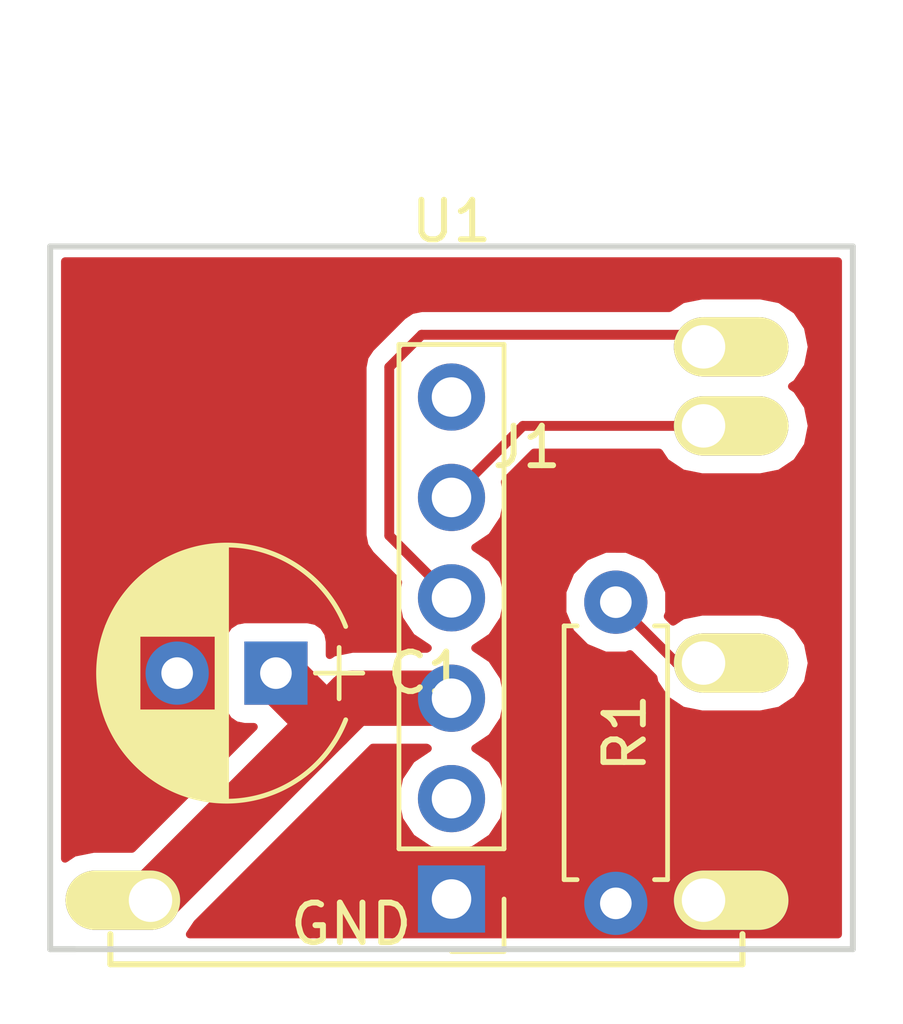
<source format=kicad_pcb>
(kicad_pcb (version 4) (host pcbnew 4.0.7)

  (general
    (links 8)
    (no_connects 0)
    (area 144.78 96.434999 167.640001 121.920001)
    (thickness 1.6)
    (drawings 6)
    (tracks 13)
    (zones 0)
    (modules 4)
    (nets 8)
  )

  (page A4)
  (layers
    (0 F.Cu signal)
    (31 B.Cu signal)
    (32 B.Adhes user)
    (33 F.Adhes user)
    (34 B.Paste user)
    (35 F.Paste user)
    (36 B.SilkS user)
    (37 F.SilkS user)
    (38 B.Mask user)
    (39 F.Mask user)
    (40 Dwgs.User user)
    (41 Cmts.User user)
    (42 Eco1.User user)
    (43 Eco2.User user)
    (44 Edge.Cuts user)
    (45 Margin user)
    (46 B.CrtYd user)
    (47 F.CrtYd user)
    (48 B.Fab user hide)
    (49 F.Fab user hide)
  )

  (setup
    (last_trace_width 0.25)
    (user_trace_width 0.25)
    (trace_clearance 0.45)
    (zone_clearance 0.2)
    (zone_45_only yes)
    (trace_min 0.2)
    (segment_width 0.2)
    (edge_width 0.15)
    (via_size 0.6)
    (via_drill 0.4)
    (via_min_size 0.4)
    (via_min_drill 0.3)
    (uvia_size 0.3)
    (uvia_drill 0.1)
    (uvias_allowed no)
    (uvia_min_size 0.2)
    (uvia_min_drill 0.1)
    (pcb_text_width 0.3)
    (pcb_text_size 1.5 1.5)
    (mod_edge_width 0.15)
    (mod_text_size 1 1)
    (mod_text_width 0.15)
    (pad_size 1.524 1.524)
    (pad_drill 0.762)
    (pad_to_mask_clearance 0.2)
    (aux_axis_origin 169.37 99.87)
    (grid_origin 166.37 102.87)
    (visible_elements 7FFFFFFF)
    (pcbplotparams
      (layerselection 0x00000_00000001)
      (usegerberextensions false)
      (excludeedgelayer true)
      (linewidth 0.100000)
      (plotframeref false)
      (viasonmask false)
      (mode 1)
      (useauxorigin false)
      (hpglpennumber 1)
      (hpglpenspeed 20)
      (hpglpendiameter 15)
      (hpglpenoverlay 2)
      (psnegative false)
      (psa4output false)
      (plotreference true)
      (plotvalue true)
      (plotinvisibletext false)
      (padsonsilk false)
      (subtractmaskfromsilk false)
      (outputformat 1)
      (mirror false)
      (drillshape 0)
      (scaleselection 1)
      (outputdirectory output/))
  )

  (net 0 "")
  (net 1 VCC)
  (net 2 GND)
  (net 3 /CTS)
  (net 4 /PiUo)
  (net 5 /PoUi)
  (net 6 /DTR)
  (net 7 /GPIO0)

  (net_class Default "This is the default net class."
    (clearance 0.45)
    (trace_width 0.25)
    (via_dia 0.6)
    (via_drill 0.4)
    (uvia_dia 0.3)
    (uvia_drill 0.1)
    (add_net /CTS)
    (add_net /DTR)
    (add_net /GPIO0)
    (add_net /PiUo)
    (add_net /PoUi)
  )

  (net_class Power ""
    (clearance 0.45)
    (trace_width 1.4)
    (via_dia 0.6)
    (via_drill 0.4)
    (uvia_dia 0.3)
    (uvia_drill 0.1)
    (add_net GND)
    (add_net VCC)
  )

  (module Capacitors_THT:CP_Radial_D6.3mm_P2.50mm (layer F.Cu) (tedit 5AD10A87) (tstamp 5AD10550)
    (at 151.765 113.665 180)
    (descr "CP, Radial series, Radial, pin pitch=2.50mm, , diameter=6.3mm, Electrolytic Capacitor")
    (tags "CP Radial series Radial pin pitch 2.50mm  diameter 6.3mm Electrolytic Capacitor")
    (path /5AC78401)
    (fp_text reference C1 (at -3.81 0 180) (layer F.SilkS)
      (effects (font (size 1 1) (thickness 0.15)))
    )
    (fp_text value 470uF (at 1.25 4.46 180) (layer F.Fab)
      (effects (font (size 1 1) (thickness 0.15)))
    )
    (fp_arc (start 1.25 0) (end -1.767482 -1.18) (angle 137.3) (layer F.SilkS) (width 0.12))
    (fp_arc (start 1.25 0) (end -1.767482 1.18) (angle -137.3) (layer F.SilkS) (width 0.12))
    (fp_arc (start 1.25 0) (end 4.267482 -1.18) (angle 42.7) (layer F.SilkS) (width 0.12))
    (fp_circle (center 1.25 0) (end 4.4 0) (layer F.Fab) (width 0.1))
    (fp_line (start -2.2 0) (end -1 0) (layer F.Fab) (width 0.1))
    (fp_line (start -1.6 -0.65) (end -1.6 0.65) (layer F.Fab) (width 0.1))
    (fp_line (start 1.25 -3.2) (end 1.25 3.2) (layer F.SilkS) (width 0.12))
    (fp_line (start 1.29 -3.2) (end 1.29 3.2) (layer F.SilkS) (width 0.12))
    (fp_line (start 1.33 -3.2) (end 1.33 3.2) (layer F.SilkS) (width 0.12))
    (fp_line (start 1.37 -3.198) (end 1.37 3.198) (layer F.SilkS) (width 0.12))
    (fp_line (start 1.41 -3.197) (end 1.41 3.197) (layer F.SilkS) (width 0.12))
    (fp_line (start 1.45 -3.194) (end 1.45 3.194) (layer F.SilkS) (width 0.12))
    (fp_line (start 1.49 -3.192) (end 1.49 3.192) (layer F.SilkS) (width 0.12))
    (fp_line (start 1.53 -3.188) (end 1.53 -0.98) (layer F.SilkS) (width 0.12))
    (fp_line (start 1.53 0.98) (end 1.53 3.188) (layer F.SilkS) (width 0.12))
    (fp_line (start 1.57 -3.185) (end 1.57 -0.98) (layer F.SilkS) (width 0.12))
    (fp_line (start 1.57 0.98) (end 1.57 3.185) (layer F.SilkS) (width 0.12))
    (fp_line (start 1.61 -3.18) (end 1.61 -0.98) (layer F.SilkS) (width 0.12))
    (fp_line (start 1.61 0.98) (end 1.61 3.18) (layer F.SilkS) (width 0.12))
    (fp_line (start 1.65 -3.176) (end 1.65 -0.98) (layer F.SilkS) (width 0.12))
    (fp_line (start 1.65 0.98) (end 1.65 3.176) (layer F.SilkS) (width 0.12))
    (fp_line (start 1.69 -3.17) (end 1.69 -0.98) (layer F.SilkS) (width 0.12))
    (fp_line (start 1.69 0.98) (end 1.69 3.17) (layer F.SilkS) (width 0.12))
    (fp_line (start 1.73 -3.165) (end 1.73 -0.98) (layer F.SilkS) (width 0.12))
    (fp_line (start 1.73 0.98) (end 1.73 3.165) (layer F.SilkS) (width 0.12))
    (fp_line (start 1.77 -3.158) (end 1.77 -0.98) (layer F.SilkS) (width 0.12))
    (fp_line (start 1.77 0.98) (end 1.77 3.158) (layer F.SilkS) (width 0.12))
    (fp_line (start 1.81 -3.152) (end 1.81 -0.98) (layer F.SilkS) (width 0.12))
    (fp_line (start 1.81 0.98) (end 1.81 3.152) (layer F.SilkS) (width 0.12))
    (fp_line (start 1.85 -3.144) (end 1.85 -0.98) (layer F.SilkS) (width 0.12))
    (fp_line (start 1.85 0.98) (end 1.85 3.144) (layer F.SilkS) (width 0.12))
    (fp_line (start 1.89 -3.137) (end 1.89 -0.98) (layer F.SilkS) (width 0.12))
    (fp_line (start 1.89 0.98) (end 1.89 3.137) (layer F.SilkS) (width 0.12))
    (fp_line (start 1.93 -3.128) (end 1.93 -0.98) (layer F.SilkS) (width 0.12))
    (fp_line (start 1.93 0.98) (end 1.93 3.128) (layer F.SilkS) (width 0.12))
    (fp_line (start 1.971 -3.119) (end 1.971 -0.98) (layer F.SilkS) (width 0.12))
    (fp_line (start 1.971 0.98) (end 1.971 3.119) (layer F.SilkS) (width 0.12))
    (fp_line (start 2.011 -3.11) (end 2.011 -0.98) (layer F.SilkS) (width 0.12))
    (fp_line (start 2.011 0.98) (end 2.011 3.11) (layer F.SilkS) (width 0.12))
    (fp_line (start 2.051 -3.1) (end 2.051 -0.98) (layer F.SilkS) (width 0.12))
    (fp_line (start 2.051 0.98) (end 2.051 3.1) (layer F.SilkS) (width 0.12))
    (fp_line (start 2.091 -3.09) (end 2.091 -0.98) (layer F.SilkS) (width 0.12))
    (fp_line (start 2.091 0.98) (end 2.091 3.09) (layer F.SilkS) (width 0.12))
    (fp_line (start 2.131 -3.079) (end 2.131 -0.98) (layer F.SilkS) (width 0.12))
    (fp_line (start 2.131 0.98) (end 2.131 3.079) (layer F.SilkS) (width 0.12))
    (fp_line (start 2.171 -3.067) (end 2.171 -0.98) (layer F.SilkS) (width 0.12))
    (fp_line (start 2.171 0.98) (end 2.171 3.067) (layer F.SilkS) (width 0.12))
    (fp_line (start 2.211 -3.055) (end 2.211 -0.98) (layer F.SilkS) (width 0.12))
    (fp_line (start 2.211 0.98) (end 2.211 3.055) (layer F.SilkS) (width 0.12))
    (fp_line (start 2.251 -3.042) (end 2.251 -0.98) (layer F.SilkS) (width 0.12))
    (fp_line (start 2.251 0.98) (end 2.251 3.042) (layer F.SilkS) (width 0.12))
    (fp_line (start 2.291 -3.029) (end 2.291 -0.98) (layer F.SilkS) (width 0.12))
    (fp_line (start 2.291 0.98) (end 2.291 3.029) (layer F.SilkS) (width 0.12))
    (fp_line (start 2.331 -3.015) (end 2.331 -0.98) (layer F.SilkS) (width 0.12))
    (fp_line (start 2.331 0.98) (end 2.331 3.015) (layer F.SilkS) (width 0.12))
    (fp_line (start 2.371 -3.001) (end 2.371 -0.98) (layer F.SilkS) (width 0.12))
    (fp_line (start 2.371 0.98) (end 2.371 3.001) (layer F.SilkS) (width 0.12))
    (fp_line (start 2.411 -2.986) (end 2.411 -0.98) (layer F.SilkS) (width 0.12))
    (fp_line (start 2.411 0.98) (end 2.411 2.986) (layer F.SilkS) (width 0.12))
    (fp_line (start 2.451 -2.97) (end 2.451 -0.98) (layer F.SilkS) (width 0.12))
    (fp_line (start 2.451 0.98) (end 2.451 2.97) (layer F.SilkS) (width 0.12))
    (fp_line (start 2.491 -2.954) (end 2.491 -0.98) (layer F.SilkS) (width 0.12))
    (fp_line (start 2.491 0.98) (end 2.491 2.954) (layer F.SilkS) (width 0.12))
    (fp_line (start 2.531 -2.937) (end 2.531 -0.98) (layer F.SilkS) (width 0.12))
    (fp_line (start 2.531 0.98) (end 2.531 2.937) (layer F.SilkS) (width 0.12))
    (fp_line (start 2.571 -2.919) (end 2.571 -0.98) (layer F.SilkS) (width 0.12))
    (fp_line (start 2.571 0.98) (end 2.571 2.919) (layer F.SilkS) (width 0.12))
    (fp_line (start 2.611 -2.901) (end 2.611 -0.98) (layer F.SilkS) (width 0.12))
    (fp_line (start 2.611 0.98) (end 2.611 2.901) (layer F.SilkS) (width 0.12))
    (fp_line (start 2.651 -2.882) (end 2.651 -0.98) (layer F.SilkS) (width 0.12))
    (fp_line (start 2.651 0.98) (end 2.651 2.882) (layer F.SilkS) (width 0.12))
    (fp_line (start 2.691 -2.863) (end 2.691 -0.98) (layer F.SilkS) (width 0.12))
    (fp_line (start 2.691 0.98) (end 2.691 2.863) (layer F.SilkS) (width 0.12))
    (fp_line (start 2.731 -2.843) (end 2.731 -0.98) (layer F.SilkS) (width 0.12))
    (fp_line (start 2.731 0.98) (end 2.731 2.843) (layer F.SilkS) (width 0.12))
    (fp_line (start 2.771 -2.822) (end 2.771 -0.98) (layer F.SilkS) (width 0.12))
    (fp_line (start 2.771 0.98) (end 2.771 2.822) (layer F.SilkS) (width 0.12))
    (fp_line (start 2.811 -2.8) (end 2.811 -0.98) (layer F.SilkS) (width 0.12))
    (fp_line (start 2.811 0.98) (end 2.811 2.8) (layer F.SilkS) (width 0.12))
    (fp_line (start 2.851 -2.778) (end 2.851 -0.98) (layer F.SilkS) (width 0.12))
    (fp_line (start 2.851 0.98) (end 2.851 2.778) (layer F.SilkS) (width 0.12))
    (fp_line (start 2.891 -2.755) (end 2.891 -0.98) (layer F.SilkS) (width 0.12))
    (fp_line (start 2.891 0.98) (end 2.891 2.755) (layer F.SilkS) (width 0.12))
    (fp_line (start 2.931 -2.731) (end 2.931 -0.98) (layer F.SilkS) (width 0.12))
    (fp_line (start 2.931 0.98) (end 2.931 2.731) (layer F.SilkS) (width 0.12))
    (fp_line (start 2.971 -2.706) (end 2.971 -0.98) (layer F.SilkS) (width 0.12))
    (fp_line (start 2.971 0.98) (end 2.971 2.706) (layer F.SilkS) (width 0.12))
    (fp_line (start 3.011 -2.681) (end 3.011 -0.98) (layer F.SilkS) (width 0.12))
    (fp_line (start 3.011 0.98) (end 3.011 2.681) (layer F.SilkS) (width 0.12))
    (fp_line (start 3.051 -2.654) (end 3.051 -0.98) (layer F.SilkS) (width 0.12))
    (fp_line (start 3.051 0.98) (end 3.051 2.654) (layer F.SilkS) (width 0.12))
    (fp_line (start 3.091 -2.627) (end 3.091 -0.98) (layer F.SilkS) (width 0.12))
    (fp_line (start 3.091 0.98) (end 3.091 2.627) (layer F.SilkS) (width 0.12))
    (fp_line (start 3.131 -2.599) (end 3.131 -0.98) (layer F.SilkS) (width 0.12))
    (fp_line (start 3.131 0.98) (end 3.131 2.599) (layer F.SilkS) (width 0.12))
    (fp_line (start 3.171 -2.57) (end 3.171 -0.98) (layer F.SilkS) (width 0.12))
    (fp_line (start 3.171 0.98) (end 3.171 2.57) (layer F.SilkS) (width 0.12))
    (fp_line (start 3.211 -2.54) (end 3.211 -0.98) (layer F.SilkS) (width 0.12))
    (fp_line (start 3.211 0.98) (end 3.211 2.54) (layer F.SilkS) (width 0.12))
    (fp_line (start 3.251 -2.51) (end 3.251 -0.98) (layer F.SilkS) (width 0.12))
    (fp_line (start 3.251 0.98) (end 3.251 2.51) (layer F.SilkS) (width 0.12))
    (fp_line (start 3.291 -2.478) (end 3.291 -0.98) (layer F.SilkS) (width 0.12))
    (fp_line (start 3.291 0.98) (end 3.291 2.478) (layer F.SilkS) (width 0.12))
    (fp_line (start 3.331 -2.445) (end 3.331 -0.98) (layer F.SilkS) (width 0.12))
    (fp_line (start 3.331 0.98) (end 3.331 2.445) (layer F.SilkS) (width 0.12))
    (fp_line (start 3.371 -2.411) (end 3.371 -0.98) (layer F.SilkS) (width 0.12))
    (fp_line (start 3.371 0.98) (end 3.371 2.411) (layer F.SilkS) (width 0.12))
    (fp_line (start 3.411 -2.375) (end 3.411 -0.98) (layer F.SilkS) (width 0.12))
    (fp_line (start 3.411 0.98) (end 3.411 2.375) (layer F.SilkS) (width 0.12))
    (fp_line (start 3.451 -2.339) (end 3.451 -0.98) (layer F.SilkS) (width 0.12))
    (fp_line (start 3.451 0.98) (end 3.451 2.339) (layer F.SilkS) (width 0.12))
    (fp_line (start 3.491 -2.301) (end 3.491 2.301) (layer F.SilkS) (width 0.12))
    (fp_line (start 3.531 -2.262) (end 3.531 2.262) (layer F.SilkS) (width 0.12))
    (fp_line (start 3.571 -2.222) (end 3.571 2.222) (layer F.SilkS) (width 0.12))
    (fp_line (start 3.611 -2.18) (end 3.611 2.18) (layer F.SilkS) (width 0.12))
    (fp_line (start 3.651 -2.137) (end 3.651 2.137) (layer F.SilkS) (width 0.12))
    (fp_line (start 3.691 -2.092) (end 3.691 2.092) (layer F.SilkS) (width 0.12))
    (fp_line (start 3.731 -2.045) (end 3.731 2.045) (layer F.SilkS) (width 0.12))
    (fp_line (start 3.771 -1.997) (end 3.771 1.997) (layer F.SilkS) (width 0.12))
    (fp_line (start 3.811 -1.946) (end 3.811 1.946) (layer F.SilkS) (width 0.12))
    (fp_line (start 3.851 -1.894) (end 3.851 1.894) (layer F.SilkS) (width 0.12))
    (fp_line (start 3.891 -1.839) (end 3.891 1.839) (layer F.SilkS) (width 0.12))
    (fp_line (start 3.931 -1.781) (end 3.931 1.781) (layer F.SilkS) (width 0.12))
    (fp_line (start 3.971 -1.721) (end 3.971 1.721) (layer F.SilkS) (width 0.12))
    (fp_line (start 4.011 -1.658) (end 4.011 1.658) (layer F.SilkS) (width 0.12))
    (fp_line (start 4.051 -1.591) (end 4.051 1.591) (layer F.SilkS) (width 0.12))
    (fp_line (start 4.091 -1.52) (end 4.091 1.52) (layer F.SilkS) (width 0.12))
    (fp_line (start 4.131 -1.445) (end 4.131 1.445) (layer F.SilkS) (width 0.12))
    (fp_line (start 4.171 -1.364) (end 4.171 1.364) (layer F.SilkS) (width 0.12))
    (fp_line (start 4.211 -1.278) (end 4.211 1.278) (layer F.SilkS) (width 0.12))
    (fp_line (start 4.251 -1.184) (end 4.251 1.184) (layer F.SilkS) (width 0.12))
    (fp_line (start 4.291 -1.081) (end 4.291 1.081) (layer F.SilkS) (width 0.12))
    (fp_line (start 4.331 -0.966) (end 4.331 0.966) (layer F.SilkS) (width 0.12))
    (fp_line (start 4.371 -0.834) (end 4.371 0.834) (layer F.SilkS) (width 0.12))
    (fp_line (start 4.411 -0.676) (end 4.411 0.676) (layer F.SilkS) (width 0.12))
    (fp_line (start 4.451 -0.468) (end 4.451 0.468) (layer F.SilkS) (width 0.12))
    (fp_line (start -2.2 0) (end -1 0) (layer F.SilkS) (width 0.12))
    (fp_line (start -1.6 -0.65) (end -1.6 0.65) (layer F.SilkS) (width 0.12))
    (fp_line (start -2.25 -3.5) (end -2.25 3.5) (layer F.CrtYd) (width 0.05))
    (fp_line (start -2.25 3.5) (end 4.75 3.5) (layer F.CrtYd) (width 0.05))
    (fp_line (start 4.75 3.5) (end 4.75 -3.5) (layer F.CrtYd) (width 0.05))
    (fp_line (start 4.75 -3.5) (end -2.25 -3.5) (layer F.CrtYd) (width 0.05))
    (fp_text user %R (at 1.25 0 180) (layer F.Fab)
      (effects (font (size 1 1) (thickness 0.15)))
    )
    (pad 1 thru_hole rect (at 0 0 180) (size 1.6 1.6) (drill 0.8) (layers *.Cu *.Mask)
      (net 1 VCC))
    (pad 2 thru_hole circle (at 2.5 0 180) (size 1.6 1.6) (drill 0.8) (layers *.Cu *.Mask)
      (net 2 GND))
    (model ${KISYS3DMOD}/Capacitors_THT.3dshapes/CP_Radial_D6.3mm_P2.50mm.wrl
      (at (xyz 0 0 0))
      (scale (xyz 1 1 1))
      (rotate (xyz 0 0 0))
    )
  )

  (module Socket_Strips:Socket_Strip_Straight_1x06_Pitch2.54mm (layer F.Cu) (tedit 5AD10AD9) (tstamp 5AD1055A)
    (at 156.21 119.38 180)
    (descr "Through hole straight socket strip, 1x06, 2.54mm pitch, single row")
    (tags "Through hole socket strip THT 1x06 2.54mm single row")
    (path /5AC77FF5)
    (fp_text reference J1 (at -1.905 11.43 180) (layer F.SilkS)
      (effects (font (size 1 1) (thickness 0.15)))
    )
    (fp_text value "Programmer Header" (at 0 15.03 180) (layer F.Fab)
      (effects (font (size 1 1) (thickness 0.15)))
    )
    (fp_line (start -1.27 -1.27) (end -1.27 13.97) (layer F.Fab) (width 0.1))
    (fp_line (start -1.27 13.97) (end 1.27 13.97) (layer F.Fab) (width 0.1))
    (fp_line (start 1.27 13.97) (end 1.27 -1.27) (layer F.Fab) (width 0.1))
    (fp_line (start 1.27 -1.27) (end -1.27 -1.27) (layer F.Fab) (width 0.1))
    (fp_line (start -1.33 1.27) (end -1.33 14.03) (layer F.SilkS) (width 0.12))
    (fp_line (start -1.33 14.03) (end 1.33 14.03) (layer F.SilkS) (width 0.12))
    (fp_line (start 1.33 14.03) (end 1.33 1.27) (layer F.SilkS) (width 0.12))
    (fp_line (start 1.33 1.27) (end -1.33 1.27) (layer F.SilkS) (width 0.12))
    (fp_line (start -1.33 0) (end -1.33 -1.33) (layer F.SilkS) (width 0.12))
    (fp_line (start -1.33 -1.33) (end 0 -1.33) (layer F.SilkS) (width 0.12))
    (fp_line (start -1.8 -1.8) (end -1.8 14.5) (layer F.CrtYd) (width 0.05))
    (fp_line (start -1.8 14.5) (end 1.8 14.5) (layer F.CrtYd) (width 0.05))
    (fp_line (start 1.8 14.5) (end 1.8 -1.8) (layer F.CrtYd) (width 0.05))
    (fp_line (start 1.8 -1.8) (end -1.8 -1.8) (layer F.CrtYd) (width 0.05))
    (fp_text user %R (at 0 -2.33 180) (layer F.Fab)
      (effects (font (size 1 1) (thickness 0.15)))
    )
    (pad 1 thru_hole rect (at 0 0 180) (size 1.7 1.7) (drill 1) (layers *.Cu *.Mask)
      (net 2 GND))
    (pad 2 thru_hole oval (at 0 2.54 180) (size 1.7 1.7) (drill 1) (layers *.Cu *.Mask)
      (net 3 /CTS))
    (pad 3 thru_hole oval (at 0 5.08 180) (size 1.7 1.7) (drill 1) (layers *.Cu *.Mask)
      (net 1 VCC))
    (pad 4 thru_hole oval (at 0 7.62 180) (size 1.7 1.7) (drill 1) (layers *.Cu *.Mask)
      (net 4 /PiUo))
    (pad 5 thru_hole oval (at 0 10.16 180) (size 1.7 1.7) (drill 1) (layers *.Cu *.Mask)
      (net 5 /PoUi))
    (pad 6 thru_hole oval (at 0 12.7 180) (size 1.7 1.7) (drill 1) (layers *.Cu *.Mask)
      (net 6 /DTR))
    (model ${KISYS3DMOD}/Socket_Strips.3dshapes/Socket_Strip_Straight_1x06_Pitch2.54mm.wrl
      (at (xyz 0 -0.25 0))
      (scale (xyz 1 1 1))
      (rotate (xyz 0 0 270))
    )
  )

  (module Resistors_THT:R_Axial_DIN0207_L6.3mm_D2.5mm_P7.62mm_Horizontal (layer F.Cu) (tedit 5AD10AC9) (tstamp 5AD10560)
    (at 160.37 111.87 270)
    (descr "Resistor, Axial_DIN0207 series, Axial, Horizontal, pin pitch=7.62mm, 0.25W = 1/4W, length*diameter=6.3*2.5mm^2, http://cdn-reichelt.de/documents/datenblatt/B400/1_4W%23YAG.pdf")
    (tags "Resistor Axial_DIN0207 series Axial Horizontal pin pitch 7.62mm 0.25W = 1/4W length 6.3mm diameter 2.5mm")
    (path /5AD0EC53)
    (fp_text reference R1 (at 3.305 -0.23 270) (layer F.SilkS)
      (effects (font (size 1 1) (thickness 0.15)))
    )
    (fp_text value 330R (at 3.81 2.31 270) (layer F.Fab)
      (effects (font (size 1 1) (thickness 0.15)))
    )
    (fp_line (start 0.66 -1.25) (end 0.66 1.25) (layer F.Fab) (width 0.1))
    (fp_line (start 0.66 1.25) (end 6.96 1.25) (layer F.Fab) (width 0.1))
    (fp_line (start 6.96 1.25) (end 6.96 -1.25) (layer F.Fab) (width 0.1))
    (fp_line (start 6.96 -1.25) (end 0.66 -1.25) (layer F.Fab) (width 0.1))
    (fp_line (start 0 0) (end 0.66 0) (layer F.Fab) (width 0.1))
    (fp_line (start 7.62 0) (end 6.96 0) (layer F.Fab) (width 0.1))
    (fp_line (start 0.6 -0.98) (end 0.6 -1.31) (layer F.SilkS) (width 0.12))
    (fp_line (start 0.6 -1.31) (end 7.02 -1.31) (layer F.SilkS) (width 0.12))
    (fp_line (start 7.02 -1.31) (end 7.02 -0.98) (layer F.SilkS) (width 0.12))
    (fp_line (start 0.6 0.98) (end 0.6 1.31) (layer F.SilkS) (width 0.12))
    (fp_line (start 0.6 1.31) (end 7.02 1.31) (layer F.SilkS) (width 0.12))
    (fp_line (start 7.02 1.31) (end 7.02 0.98) (layer F.SilkS) (width 0.12))
    (fp_line (start -1.05 -1.6) (end -1.05 1.6) (layer F.CrtYd) (width 0.05))
    (fp_line (start -1.05 1.6) (end 8.7 1.6) (layer F.CrtYd) (width 0.05))
    (fp_line (start 8.7 1.6) (end 8.7 -1.6) (layer F.CrtYd) (width 0.05))
    (fp_line (start 8.7 -1.6) (end -1.05 -1.6) (layer F.CrtYd) (width 0.05))
    (pad 1 thru_hole circle (at 0 0 270) (size 1.6 1.6) (drill 0.8) (layers *.Cu *.Mask)
      (net 7 /GPIO0))
    (pad 2 thru_hole oval (at 7.62 0 270) (size 1.6 1.6) (drill 0.8) (layers *.Cu *.Mask)
      (net 2 GND))
    (model ${KISYS3DMOD}/Resistors_THT.3dshapes/R_Axial_DIN0207_L6.3mm_D2.5mm_P7.62mm_Horizontal.wrl
      (at (xyz 0 0 0))
      (scale (xyz 0.393701 0.393701 0.393701))
      (rotate (xyz 0 0 0))
    )
  )

  (module ESP-pogo-programmer_local:ESP-12F-pgrm (layer F.Cu) (tedit 5AD10A9A) (tstamp 5AD1081A)
    (at 148.59 105.41)
    (descr "Module, ESP-8266, ESP-12, 16 pad, SMD")
    (tags "Module ESP-8266 ESP8266")
    (path /5AC785DC)
    (fp_text reference U1 (at 7.62 -3.175) (layer F.SilkS)
      (effects (font (size 1 1) (thickness 0.15)))
    )
    (fp_text value ESP-12F (at 6.35 6.35) (layer F.Fab) hide
      (effects (font (size 1 1) (thickness 0.15)))
    )
    (fp_line (start -2.25 -0.5) (end -2.25 -8.75) (layer F.CrtYd) (width 0.05))
    (fp_line (start -2.25 -8.75) (end 15.25 -8.75) (layer F.CrtYd) (width 0.05))
    (fp_line (start 15.25 -8.75) (end 16.25 -8.75) (layer F.CrtYd) (width 0.05))
    (fp_line (start 16.25 -8.75) (end 16.25 16) (layer F.CrtYd) (width 0.05))
    (fp_line (start 16.25 16) (end -2.25 16) (layer F.CrtYd) (width 0.05))
    (fp_line (start -2.25 16) (end -2.25 -0.5) (layer F.CrtYd) (width 0.05))
    (fp_line (start -1.016 -8.382) (end 14.986 -8.382) (layer F.CrtYd) (width 0.1524))
    (fp_line (start 14.986 -8.382) (end 14.986 -0.889) (layer F.CrtYd) (width 0.1524))
    (fp_line (start -1.016 -8.382) (end -1.016 -1.016) (layer F.CrtYd) (width 0.1524))
    (fp_line (start -1.016 14.859) (end -1.016 15.621) (layer F.SilkS) (width 0.1524))
    (fp_line (start -1.016 15.621) (end 14.986 15.621) (layer F.SilkS) (width 0.1524))
    (fp_line (start 14.986 15.621) (end 14.986 14.859) (layer F.SilkS) (width 0.1524))
    (fp_line (start 14.992 -8.4) (end -1.008 -2.6) (layer F.CrtYd) (width 0.1524))
    (fp_line (start -1.008 -8.4) (end 14.992 -2.6) (layer F.CrtYd) (width 0.1524))
    (fp_text user "No Copper" (at 6.892 -5.4) (layer F.CrtYd)
      (effects (font (size 1 1) (thickness 0.15)))
    )
    (fp_line (start -1.008 -2.6) (end 14.992 -2.6) (layer F.CrtYd) (width 0.1524))
    (fp_line (start 15 -8.4) (end 15 15.6) (layer F.Fab) (width 0.05))
    (fp_line (start 14.992 15.6) (end -1.008 15.6) (layer F.Fab) (width 0.05))
    (fp_line (start -1.008 15.6) (end -1.008 -8.4) (layer F.Fab) (width 0.05))
    (fp_line (start -1.008 -8.4) (end 14.992 -8.4) (layer F.Fab) (width 0.05))
    (pad 8 thru_hole oval (at 0 14) (size 2.9 1.5) (drill 1.1 (offset -0.7 0)) (layers *.Cu *.Mask F.SilkS)
      (net 1 VCC))
    (pad 9 thru_hole oval (at 14 14) (size 2.9 1.5) (drill 1.1 (offset 0.7 0)) (layers *.Cu *.Mask F.SilkS)
      (net 2 GND))
    (pad 12 thru_hole oval (at 14 8) (size 2.9 1.5) (drill 1.1 (offset 0.7 0)) (layers *.Cu *.Mask F.SilkS)
      (net 7 /GPIO0))
    (pad 15 thru_hole oval (at 14 2) (size 2.9 1.5) (drill 1.1 (offset 0.7 0)) (layers *.Cu *.Mask F.SilkS)
      (net 5 /PoUi))
    (pad 16 thru_hole oval (at 14 0) (size 2.9 1.5) (drill 1.1 (offset 0.7 0)) (layers *.Cu *.Mask F.SilkS)
      (net 4 /PiUo))
    (model ${ESPLIB}/ESP8266.3dshapes/ESP-12E.wrl
      (at (xyz 0 0 0))
      (scale (xyz 0.3937 0.3937 0.3937))
      (rotate (xyz 0 0 0))
    )
  )

  (gr_line (start 146.05 120.65) (end 146.685 120.65) (angle 90) (layer Edge.Cuts) (width 0.15))
  (gr_line (start 146.05 102.87) (end 146.05 120.65) (angle 90) (layer Edge.Cuts) (width 0.15))
  (gr_line (start 166.37 102.87) (end 146.05 102.87) (angle 90) (layer Edge.Cuts) (width 0.15))
  (gr_line (start 166.37 120.65) (end 166.37 102.87) (angle 90) (layer Edge.Cuts) (width 0.15))
  (gr_line (start 146.05 120.65) (end 166.37 120.65) (angle 90) (layer Edge.Cuts) (width 0.15))
  (gr_text GND (at 153.67 120.015) (layer F.SilkS)
    (effects (font (size 1 1) (thickness 0.15)))
  )

  (segment (start 151.765 113.665) (end 153.05 114.95) (width 1.4) (layer F.Cu) (net 1))
  (segment (start 148.59 119.41) (end 153.05 114.95) (width 1.4) (layer F.Cu) (net 1))
  (segment (start 153.05 114.95) (end 153.7 114.3) (width 1.4) (layer F.Cu) (net 1) (tstamp 5AD10F3E))
  (segment (start 153.7 114.3) (end 156.21 114.3) (width 1.4) (layer F.Cu) (net 1) (tstamp 5AD10F35))
  (segment (start 156.21 111.76) (end 154.634999 110.184999) (width 0.25) (layer F.Cu) (net 4))
  (segment (start 154.634999 110.184999) (end 154.634999 105.923999) (width 0.25) (layer F.Cu) (net 4))
  (segment (start 155.453999 105.104999) (end 162.284999 105.104999) (width 0.25) (layer F.Cu) (net 4))
  (segment (start 154.634999 105.923999) (end 155.453999 105.104999) (width 0.25) (layer F.Cu) (net 4))
  (segment (start 162.284999 105.104999) (end 162.59 105.41) (width 0.25) (layer F.Cu) (net 4))
  (segment (start 156.21 109.22) (end 158.02 107.41) (width 0.25) (layer F.Cu) (net 5))
  (segment (start 158.02 107.41) (end 162.59 107.41) (width 0.25) (layer F.Cu) (net 5) (tstamp 5AD109CF) (status 20))
  (segment (start 160.37 111.87) (end 161.91 113.41) (width 0.25) (layer F.Cu) (net 7))
  (segment (start 161.91 113.41) (end 162.59 113.41) (width 0.25) (layer F.Cu) (net 7) (tstamp 5AEEC992))

  (zone (net 2) (net_name GND) (layer F.Cu) (tstamp 5AD108A7) (hatch edge 0.508)
    (connect_pads yes (clearance 0.2))
    (min_thickness 0.2)
    (fill yes (arc_segments 16) (thermal_gap 0.508) (thermal_bridge_width 1.101))
    (polygon
      (pts
        (xy 144.78 101.6) (xy 144.78 121.92) (xy 167.64 121.92) (xy 167.64 101.6)
      )
    )
    (filled_polygon
      (pts
        (xy 165.995 120.275) (xy 149.584662 120.275) (xy 149.769709 119.998057) (xy 153.933883 115.833884) (xy 153.933885 115.833881)
        (xy 154.217766 115.55) (xy 155.581816 115.55) (xy 155.611748 115.57) (xy 155.192623 115.850051) (xy 154.889141 116.304243)
        (xy 154.782572 116.84) (xy 154.889141 117.375757) (xy 155.192623 117.829949) (xy 155.646815 118.133431) (xy 156.182572 118.24)
        (xy 156.237428 118.24) (xy 156.773185 118.133431) (xy 157.227377 117.829949) (xy 157.530859 117.375757) (xy 157.637428 116.84)
        (xy 157.530859 116.304243) (xy 157.227377 115.850051) (xy 156.808252 115.57) (xy 157.227377 115.289949) (xy 157.530859 114.835757)
        (xy 157.637428 114.3) (xy 157.530859 113.764243) (xy 157.227377 113.310051) (xy 156.808252 113.03) (xy 157.227377 112.749949)
        (xy 157.530859 112.295757) (xy 157.562367 112.137353) (xy 159.019766 112.137353) (xy 159.224858 112.633715) (xy 159.604288 113.013807)
        (xy 160.10029 113.219765) (xy 160.637353 113.220234) (xy 160.728131 113.182725) (xy 161.32417 113.778764) (xy 161.349775 113.907488)
        (xy 161.631579 114.329239) (xy 162.05333 114.611043) (xy 162.550818 114.71) (xy 164.029182 114.71) (xy 164.52667 114.611043)
        (xy 164.948421 114.329239) (xy 165.230225 113.907488) (xy 165.329182 113.41) (xy 165.230225 112.912512) (xy 164.948421 112.490761)
        (xy 164.52667 112.208957) (xy 164.029182 112.11) (xy 162.550818 112.11) (xy 162.05333 112.208957) (xy 161.819674 112.36508)
        (xy 161.682954 112.22836) (xy 161.719765 112.13971) (xy 161.720234 111.602647) (xy 161.515142 111.106285) (xy 161.135712 110.726193)
        (xy 160.63971 110.520235) (xy 160.102647 110.519766) (xy 159.606285 110.724858) (xy 159.226193 111.104288) (xy 159.020235 111.60029)
        (xy 159.019766 112.137353) (xy 157.562367 112.137353) (xy 157.637428 111.76) (xy 157.530859 111.224243) (xy 157.227377 110.770051)
        (xy 156.808252 110.49) (xy 157.227377 110.209949) (xy 157.530859 109.755757) (xy 157.637428 109.22) (xy 157.55898 108.825614)
        (xy 158.299594 108.085) (xy 161.468384 108.085) (xy 161.631579 108.329239) (xy 162.05333 108.611043) (xy 162.550818 108.71)
        (xy 164.029182 108.71) (xy 164.52667 108.611043) (xy 164.948421 108.329239) (xy 165.230225 107.907488) (xy 165.329182 107.41)
        (xy 165.230225 106.912512) (xy 164.948421 106.490761) (xy 164.827553 106.41) (xy 164.948421 106.329239) (xy 165.230225 105.907488)
        (xy 165.329182 105.41) (xy 165.230225 104.912512) (xy 164.948421 104.490761) (xy 164.52667 104.208957) (xy 164.029182 104.11)
        (xy 162.550818 104.11) (xy 162.05333 104.208957) (xy 161.722516 104.429999) (xy 155.453999 104.429999) (xy 155.195687 104.48138)
        (xy 154.976702 104.627702) (xy 154.157702 105.446702) (xy 154.01138 105.665687) (xy 153.988642 105.779999) (xy 153.959999 105.923999)
        (xy 153.959999 110.184999) (xy 154.01138 110.443311) (xy 154.157702 110.662296) (xy 154.86102 111.365614) (xy 154.782572 111.76)
        (xy 154.889141 112.295757) (xy 155.192623 112.749949) (xy 155.611748 113.03) (xy 155.581816 113.05) (xy 153.7 113.05)
        (xy 153.221646 113.145151) (xy 153.125775 113.20921) (xy 153.125775 112.865) (xy 153.087424 112.661182) (xy 152.966968 112.473988)
        (xy 152.783173 112.348406) (xy 152.565 112.304225) (xy 150.965 112.304225) (xy 150.761182 112.342576) (xy 150.573988 112.463032)
        (xy 150.448406 112.646827) (xy 150.404225 112.865) (xy 150.404225 114.465) (xy 150.442576 114.668818) (xy 150.563032 114.856012)
        (xy 150.746827 114.981594) (xy 150.965 115.025775) (xy 151.206458 115.025775) (xy 148.122234 118.11) (xy 147.150818 118.11)
        (xy 146.65333 118.208957) (xy 146.425 118.361522) (xy 146.425 103.245) (xy 165.995 103.245)
      )
    )
  )
)

</source>
